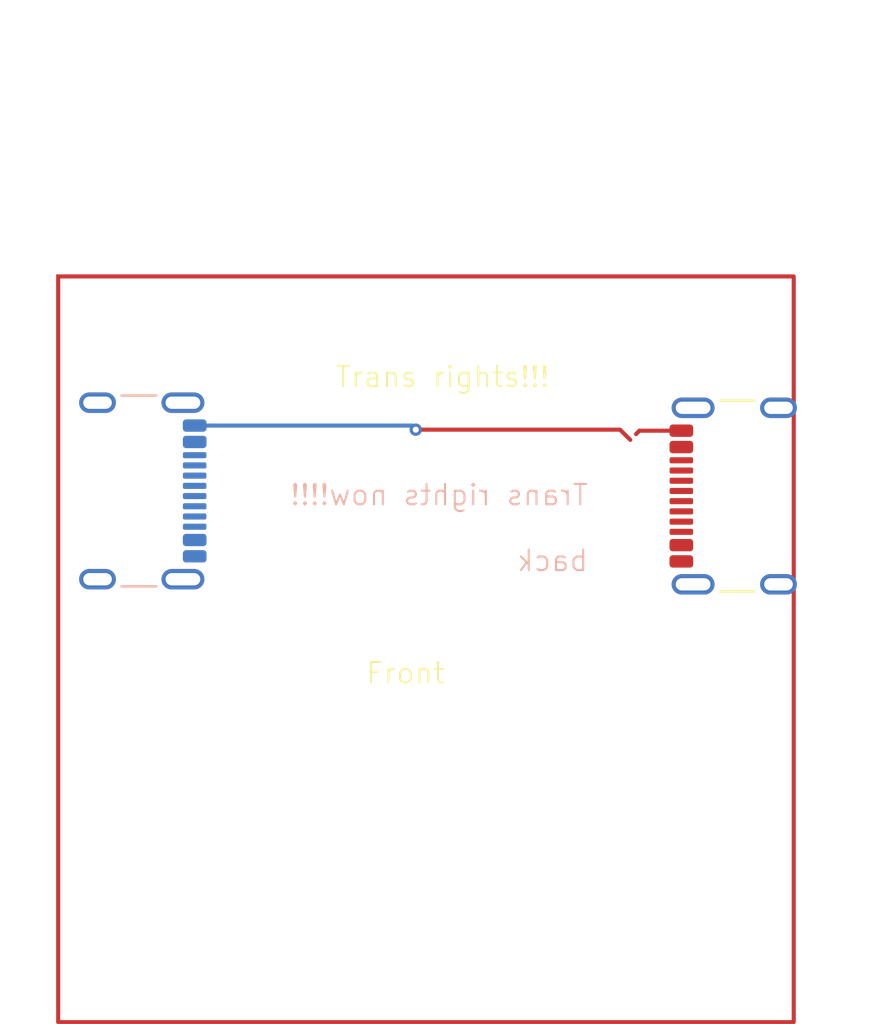
<source format=kicad_pcb>
(kicad_pcb (version 20240108) (generator "pcbnew") (generator_version "8.0")
  (layers (0 "F.Cu" signal) (31 "B.Cu" signal) (34 "B.Paste" user) (35 "F.Paste" user) (36 "B.SilkS" user "B.Silkscreen") (37 "F.SilkS" user "F.Silkscreen") (38 "B.Mask" user) (39 "F.Mask" user) (44 "Edge.Cuts" user))
  (net 0 "")
  (footprint "Connector_USB:USB_C_Receptacle_GCT_USB4105-xx-A_16P_TopMnt_Horizontal" (layer "F.Cu") (at 196.68 88.75 90)
    (property "Reference" "REF**" (hide yes))
    (property "Value" "USB_C_Receptacle_GCT_USB4105-xx-A_16P_TopMnt_Horizontal")
    (fp_line (start 4.67 -0.1) (end 4.67 -1.8) (stroke (width 0.12)) (layer "F.SilkS"))
    (fp_line (start -4.67 -0.1) (end -4.67 -1.8) (stroke (width 0.12)) (layer "F.SilkS"))
    (pad "" np_thru_hole circle (at -2.89 -2.605 90) (size 0.65 0.65) (drill 0.65) (layers "F&B.Cu" "*.Mask"))
    (pad "" np_thru_hole circle (at 2.89 -2.605 90) (size 0.65 0.65) (drill 0.65) (layers "F&B.Cu" "*.Mask"))
    (pad "A1" smd roundrect (at -3.2 -3.68 90) (size 0.6 1.15) (layers "F.Cu" "F.Paste" "F.Mask"))
    (pad "A4" smd roundrect (at -2.4 -3.68 90) (size 0.6 1.15) (layers "F.Cu" "F.Paste" "F.Mask"))
    (pad "A5" smd roundrect (at -1.25 -3.68 90) (size 0.3 1.15) (layers "F.Cu" "F.Paste" "F.Mask"))
    (pad "A6" smd roundrect (at -0.25 -3.68 90) (size 0.3 1.15) (layers "F.Cu" "F.Paste" "F.Mask"))
    (pad "A7" smd roundrect (at 0.25 -3.68 90) (size 0.3 1.15) (layers "F.Cu" "F.Paste" "F.Mask"))
    (pad "A8" smd roundrect (at 1.25 -3.68 90) (size 0.3 1.15) (layers "F.Cu" "F.Paste" "F.Mask"))
    (pad "A9" smd roundrect (at 2.4 -3.68 90) (size 0.6 1.15) (layers "F.Cu" "F.Paste" "F.Mask"))
    (pad "A12" smd roundrect (at 3.2 -3.68 90) (size 0.6 1.15) (layers "F.Cu" "F.Paste" "F.Mask"))
    (pad "B1" smd roundrect (at 3.2 -3.68 90) (size 0.6 1.15) (layers "F.Cu" "F.Paste" "F.Mask"))
    (pad "B4" smd roundrect (at 2.4 -3.68 90) (size 0.6 1.15) (layers "F.Cu" "F.Paste" "F.Mask"))
    (pad "B5" smd roundrect (at 1.75 -3.68 90) (size 0.3 1.15) (layers "F.Cu" "F.Paste" "F.Mask"))
    (pad "B6" smd roundrect (at 0.75 -3.68 90) (size 0.3 1.15) (layers "F.Cu" "F.Paste" "F.Mask"))
    (pad "B7" smd roundrect (at -0.75 -3.68 90) (size 0.3 1.15) (layers "F.Cu" "F.Paste" "F.Mask"))
    (pad "B8" smd roundrect (at -1.75 -3.68 90) (size 0.3 1.15) (layers "F.Cu" "F.Paste" "F.Mask"))
    (pad "B9" smd roundrect (at -2.4 -3.68 90) (size 0.6 1.15) (layers "F.Cu" "F.Paste" "F.Mask"))
    (pad "B12" smd roundrect (at -3.2 -3.68 90) (size 0.6 1.15) (layers "F.Cu" "F.Paste" "F.Mask"))
    (pad "S1" thru_hole oval (at -4.32 -3.105 90) (size 1 2.1) (drill oval 0.6 1.7) (layers "*.Cu" "*.Mask" "F.Paste"))
    (pad "S1" thru_hole oval (at -4.32 1.075 90) (size 1 1.8) (drill oval 0.6 1.4) (layers "*.Cu" "*.Mask" "F.Paste"))
    (pad "S1" thru_hole oval (at 4.32 -3.105 90) (size 1 2.1) (drill oval 0.6 1.7) (layers "*.Cu" "*.Mask" "F.Paste"))
    (pad "S1" thru_hole oval (at 4.32 1.075 90) (size 1 1.8) (drill oval 0.6 1.4) (layers "*.Cu" "*.Mask" "F.Paste"))
  )
  (footprint "Connector_USB:USB_C_Receptacle_GCT_USB4105-xx-A_16P_TopMnt_Horizontal" (layer "B.Cu") (at 165.5 88.5 90)
    (property "Reference" "REF**" (hide yes))
    (property "Value" "USB_C_Receptacle_GCT_USB4105-xx-A_16P_TopMnt_Horizontal")
    (fp_line (start 4.67 1.8) (end 4.67 0.1) (stroke (width 0.12)) (layer "B.SilkS"))
    (fp_line (start -4.67 1.8) (end -4.67 0.1) (stroke (width 0.12)) (layer "B.SilkS"))
    (pad "" np_thru_hole circle (at -2.89 2.605 90) (size 0.65 0.65) (drill 0.65) (layers "F&B.Cu" "*.Mask"))
    (pad "" np_thru_hole circle (at 2.89 2.605 90) (size 0.65 0.65) (drill 0.65) (layers "F&B.Cu" "*.Mask"))
    (pad "A1" smd roundrect (at -3.2 3.68 90) (size 0.6 1.15) (layers "B.Cu" "B.Paste" "B.Mask"))
    (pad "A4" smd roundrect (at -2.4 3.68 90) (size 0.6 1.15) (layers "B.Cu" "B.Paste" "B.Mask"))
    (pad "A5" smd roundrect (at -1.25 3.68 90) (size 0.3 1.15) (layers "B.Cu" "B.Paste" "B.Mask"))
    (pad "A6" smd roundrect (at -0.25 3.68 90) (size 0.3 1.15) (layers "B.Cu" "B.Paste" "B.Mask"))
    (pad "A7" smd roundrect (at 0.25 3.68 90) (size 0.3 1.15) (layers "B.Cu" "B.Paste" "B.Mask"))
    (pad "A8" smd roundrect (at 1.25 3.68 90) (size 0.3 1.15) (layers "B.Cu" "B.Paste" "B.Mask"))
    (pad "A9" smd roundrect (at 2.4 3.68 90) (size 0.6 1.15) (layers "B.Cu" "B.Paste" "B.Mask"))
    (pad "A12" smd roundrect (at 3.2 3.68 90) (size 0.6 1.15) (layers "B.Cu" "B.Paste" "B.Mask"))
    (pad "B1" smd roundrect (at 3.2 3.68 90) (size 0.6 1.15) (layers "B.Cu" "B.Paste" "B.Mask"))
    (pad "B4" smd roundrect (at 2.4 3.68 90) (size 0.6 1.15) (layers "B.Cu" "B.Paste" "B.Mask"))
    (pad "B5" smd roundrect (at 1.75 3.68 90) (size 0.3 1.15) (layers "B.Cu" "B.Paste" "B.Mask"))
    (pad "B6" smd roundrect (at 0.75 3.68 90) (size 0.3 1.15) (layers "B.Cu" "B.Paste" "B.Mask"))
    (pad "B7" smd roundrect (at -0.75 3.68 90) (size 0.3 1.15) (layers "B.Cu" "B.Paste" "B.Mask"))
    (pad "B8" smd roundrect (at -1.75 3.68 90) (size 0.3 1.15) (layers "B.Cu" "B.Paste" "B.Mask"))
    (pad "B9" smd roundrect (at -2.4 3.68 90) (size 0.6 1.15) (layers "B.Cu" "B.Paste" "B.Mask"))
    (pad "B12" smd roundrect (at -3.2 3.68 90) (size 0.6 1.15) (layers "B.Cu" "B.Paste" "B.Mask"))
    (pad "S1" thru_hole oval (at -4.32 -1.075 90) (size 1 1.8) (drill oval 0.6 1.4) (layers "*.Cu" "*.Mask" "B.Paste"))
    (pad "S1" thru_hole oval (at -4.32 3.105 90) (size 1 2.1) (drill oval 0.6 1.7) (layers "*.Cu" "*.Mask" "B.Paste"))
    (pad "S1" thru_hole oval (at 4.32 -1.075 90) (size 1 1.8) (drill oval 0.6 1.4) (layers "*.Cu" "*.Mask" "B.Paste"))
    (pad "S1" thru_hole oval (at 4.32 3.105 90) (size 1 2.1) (drill oval 0.6 1.7) (layers "*.Cu" "*.Mask" "B.Paste"))
  )
  (gr_rect (start 162.5 78) (end 198.5 114.5) (stroke (width 0.2)) (fill none) (layer "F.Cu"))
  (gr_text "Trans rights now!!!!\n\nback" (at 188.5 92.5 0) (layer "B.SilkS") (effects (font (size 1 1) (thickness 0.1)) (justify left bottom mirror)))
  (gr_text "Front" (at 177.5 98 0) (layer "F.SilkS") (effects (font (size 1 1) (thickness 0.1)) (justify left bottom)))
  (gr_text "Trans rights!!!" (at 176 83.5 0) (layer "F.SilkS") (effects (font (size 1 1) (thickness 0.1)) (justify left bottom)))
  (segment (start 193 85.55) (end 190.95 85.55) (width 0.2) (layer "F.Cu") (net 0))
  (segment (start 190.95 85.55) (end 190.782843 85.717157) (width 0.2) (layer "F.Cu") (net 0))
  (segment (start 180 85.5) (end 190 85.5) (width 0.2) (layer "F.Cu") (net 0))
  (segment (start 190 85.5) (end 190.5 86) (width 0.2) (layer "F.Cu") (net 0))
  (via (at 180 85.5) (size 0.6) (drill 0.3) (layers "F.Cu" "B.Cu") (net 0))
  (segment (start 179.8 85.3) (end 180 85.5) (width 0.2) (layer "B.Cu") (net 0))
  (segment (start 169.18 85.3) (end 179.8 85.3) (width 0.2) (layer "B.Cu") (net 0))
)
</source>
